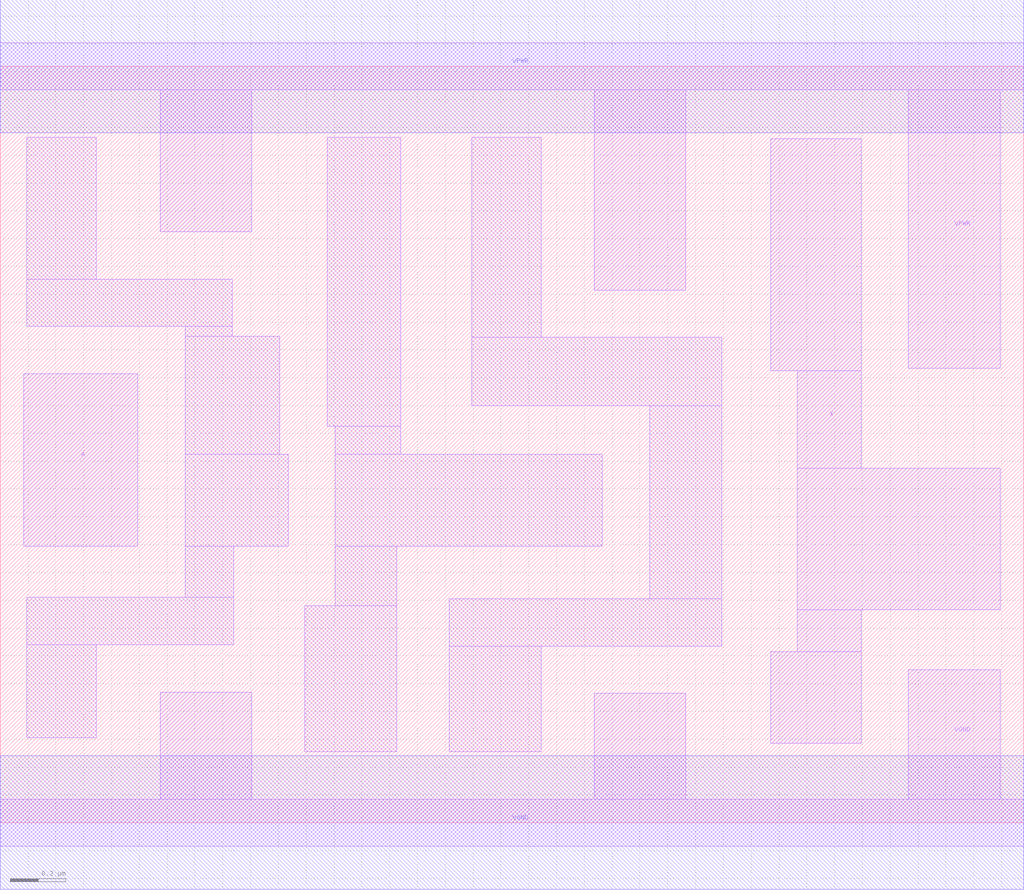
<source format=lef>
# Copyright 2020 The SkyWater PDK Authors
#
# Licensed under the Apache License, Version 2.0 (the "License");
# you may not use this file except in compliance with the License.
# You may obtain a copy of the License at
#
#     https://www.apache.org/licenses/LICENSE-2.0
#
# Unless required by applicable law or agreed to in writing, software
# distributed under the License is distributed on an "AS IS" BASIS,
# WITHOUT WARRANTIES OR CONDITIONS OF ANY KIND, either express or implied.
# See the License for the specific language governing permissions and
# limitations under the License.
#
# SPDX-License-Identifier: Apache-2.0

VERSION 5.5 ;
NAMESCASESENSITIVE ON ;
BUSBITCHARS "[]" ;
DIVIDERCHAR "/" ;
MACRO sky130_fd_sc_hd__clkdlybuf4s25_2
  CLASS CORE ;
  SOURCE USER ;
  ORIGIN  0.000000  0.000000 ;
  SIZE  3.680000 BY  2.720000 ;
  SYMMETRY X Y R90 ;
  SITE unithd ;
  PIN A
    ANTENNAGATEAREA  0.213000 ;
    DIRECTION INPUT ;
    USE SIGNAL ;
    PORT
      LAYER li1 ;
        RECT 0.085000 0.995000 0.495000 1.615000 ;
    END
  END A
  PIN X
    ANTENNADIFFAREA  0.497000 ;
    DIRECTION OUTPUT ;
    USE SIGNAL ;
    PORT
      LAYER li1 ;
        RECT 2.770000 0.285000 3.095000 0.615000 ;
        RECT 2.770000 1.625000 3.095000 2.460000 ;
        RECT 2.865000 0.615000 3.095000 0.765000 ;
        RECT 2.865000 0.765000 3.595000 1.275000 ;
        RECT 2.865000 1.275000 3.095000 1.625000 ;
    END
  END X
  PIN VGND
    DIRECTION INOUT ;
    SHAPE ABUTMENT ;
    USE GROUND ;
    PORT
      LAYER li1 ;
        RECT 0.000000 -0.085000 3.680000 0.085000 ;
        RECT 0.575000  0.085000 0.905000 0.470000 ;
        RECT 2.135000  0.085000 2.465000 0.465000 ;
        RECT 3.265000  0.085000 3.595000 0.550000 ;
    END
    PORT
      LAYER met1 ;
        RECT 0.000000 -0.240000 3.680000 0.240000 ;
    END
  END VGND
  PIN VNB
    DIRECTION INOUT ;
    USE GROUND ;
    PORT
    END
  END VNB
  PIN VPB
    DIRECTION INOUT ;
    USE POWER ;
    PORT
    END
  END VPB
  PIN VPWR
    DIRECTION INOUT ;
    SHAPE ABUTMENT ;
    USE POWER ;
    PORT
      LAYER li1 ;
        RECT 0.000000 2.635000 3.680000 2.805000 ;
        RECT 0.575000 2.125000 0.905000 2.635000 ;
        RECT 2.135000 1.915000 2.465000 2.635000 ;
        RECT 3.265000 1.635000 3.595000 2.635000 ;
    END
    PORT
      LAYER met1 ;
        RECT 0.000000 2.480000 3.680000 2.960000 ;
    END
  END VPWR
  OBS
    LAYER li1 ;
      RECT 0.095000 0.305000 0.345000 0.640000 ;
      RECT 0.095000 0.640000 0.840000 0.810000 ;
      RECT 0.095000 1.785000 0.835000 1.955000 ;
      RECT 0.095000 1.955000 0.345000 2.465000 ;
      RECT 0.665000 0.810000 0.840000 0.995000 ;
      RECT 0.665000 0.995000 1.035000 1.325000 ;
      RECT 0.665000 1.325000 1.005000 1.750000 ;
      RECT 0.665000 1.750000 0.835000 1.785000 ;
      RECT 1.095000 0.255000 1.425000 0.780000 ;
      RECT 1.175000 1.425000 1.440000 2.465000 ;
      RECT 1.205000 0.780000 1.425000 0.995000 ;
      RECT 1.205000 0.995000 2.165000 1.325000 ;
      RECT 1.205000 1.325000 1.440000 1.425000 ;
      RECT 1.615000 0.255000 1.945000 0.635000 ;
      RECT 1.615000 0.635000 2.595000 0.805000 ;
      RECT 1.695000 1.500000 2.595000 1.745000 ;
      RECT 1.695000 1.745000 1.945000 2.465000 ;
      RECT 2.335000 0.805000 2.595000 1.500000 ;
  END
END sky130_fd_sc_hd__clkdlybuf4s25_2
END LIBRARY

</source>
